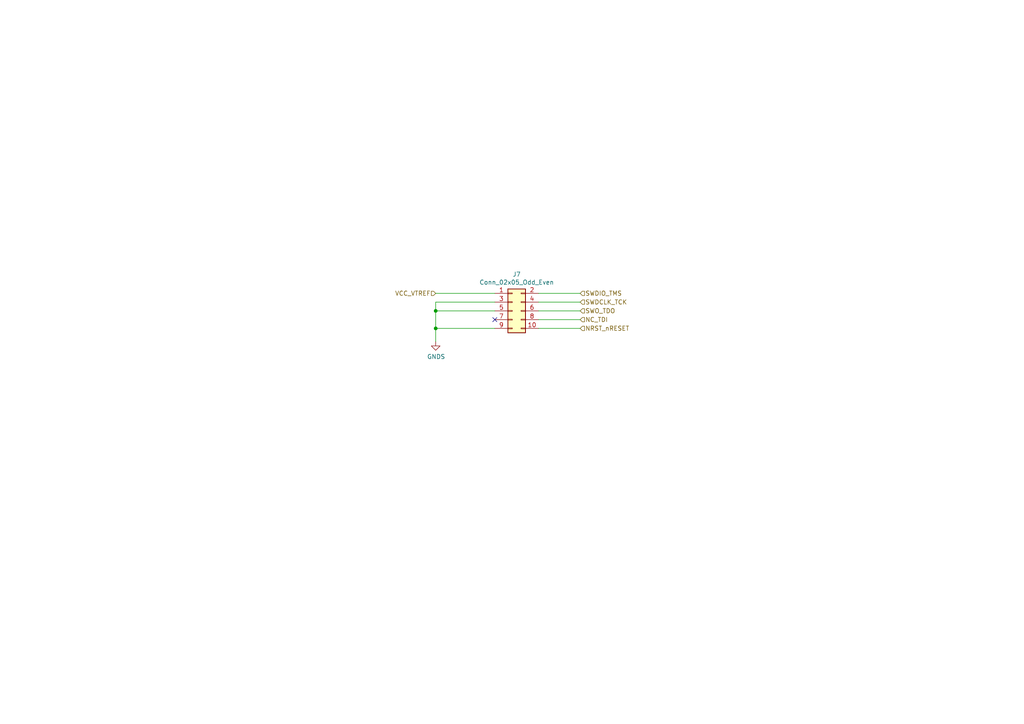
<source format=kicad_sch>
(kicad_sch (version 20211123) (generator eeschema)
  (paper "A4")
  (title_block (title "Debug Connector") (date "2021-06-05") (rev "B") (company "Created by C Sutton"))
  (lib_symbols
    (symbol "Connector_Generic:Conn_02x05_Odd_Even" (pin_names (offset 1.016) hide)
      (property "Reference" "J" (at 1.27 7.62 0))
      (property "Value" "Conn_02x05_Odd_Even" (at 1.27 -7.62 0))
      (symbol "Conn_02x05_Odd_Even_1_1"
        (rectangle (start -1.27 -4.953) (end 0 -5.207) (stroke (width 0.1524)))
        (rectangle (start -1.27 -2.413) (end 0 -2.667) (stroke (width 0.1524)))
        (rectangle (start -1.27 0.127) (end 0 -0.127) (stroke (width 0.1524)))
        (rectangle (start -1.27 2.667) (end 0 2.413) (stroke (width 0.1524)))
        (rectangle (start -1.27 5.207) (end 0 4.953) (stroke (width 0.1524)))
        (rectangle (start -1.27 6.35) (end 3.81 -6.35) (stroke (width 0.254)) (fill (type background)))
        (rectangle (start 3.81 -4.953) (end 2.54 -5.207) (stroke (width 0.1524)))
        (rectangle (start 3.81 -2.413) (end 2.54 -2.667) (stroke (width 0.1524)))
        (rectangle (start 3.81 0.127) (end 2.54 -0.127) (stroke (width 0.1524)))
        (rectangle (start 3.81 2.667) (end 2.54 2.413) (stroke (width 0.1524)))
        (rectangle (start 3.81 5.207) (end 2.54 4.953) (stroke (width 0.1524)))
        (pin passive line (at -5.08 5.08 0) (length 3.81) (name "Pin_1") (number "1"))
        (pin passive line (at 7.62 -5.08 180) (length 3.81) (name "Pin_10") (number "10"))
        (pin passive line (at 7.62 5.08 180) (length 3.81) (name "Pin_2") (number "2"))
        (pin passive line (at -5.08 2.54 0) (length 3.81) (name "Pin_3") (number "3"))
        (pin passive line (at 7.62 2.54 180) (length 3.81) (name "Pin_4") (number "4"))
        (pin passive line (at -5.08 0 0) (length 3.81) (name "Pin_5") (number "5"))
        (pin passive line (at 7.62 0 180) (length 3.81) (name "Pin_6") (number "6"))
        (pin passive line (at -5.08 -2.54 0) (length 3.81) (name "Pin_7") (number "7"))
        (pin passive line (at 7.62 -2.54 180) (length 3.81) (name "Pin_8") (number "8"))
        (pin passive line (at -5.08 -5.08 0) (length 3.81) (name "Pin_9") (number "9"))
      )
    )
    (symbol "power:GNDS" (power) (pin_names (offset 0))
      (property "Value" "GNDS" (at 0 -3.81 0))
      (symbol "GNDS_0_1"
        (polyline (pts (xy 0 0) (xy 0 -1.27) (xy 1.27 -1.27) (xy 0 -2.54) (xy -1.27 -1.27) (xy 0 -1.27)))
      )
      (symbol "GNDS_1_1"
        (pin power_in line (at 0 0 270) (length 0) hide (name "GNDS") (number "1"))
      )
    )
  )
  (junction (at 126.365 95.25))
  (junction (at 126.365 90.17))
  (no_connect (at 143.51 92.71))
  (wire (pts (xy 156.21 95.25) (xy 168.275 95.25)))
  (wire (pts (xy 156.21 92.71) (xy 168.275 92.71)))
  (wire (pts (xy 143.51 95.25) (xy 126.365 95.25)))
  (wire (pts (xy 143.51 87.63) (xy 126.365 87.63)))
  (wire (pts (xy 156.21 87.63) (xy 168.275 87.63)))
  (wire (pts (xy 156.21 85.09) (xy 168.275 85.09)))
  (wire (pts (xy 143.51 85.09) (xy 126.365 85.09)))
  (wire (pts (xy 156.21 90.17) (xy 168.275 90.17)))
  (wire (pts (xy 126.365 90.17) (xy 126.365 95.25)))
  (wire (pts (xy 126.365 87.63) (xy 126.365 90.17)))
  (wire (pts (xy 143.51 90.17) (xy 126.365 90.17)))
  (wire (pts (xy 126.365 95.25) (xy 126.365 99.06)))
  (hierarchical_label "VCC_VTREF" (shape input) (at 126.365 85.09 180))
  (hierarchical_label "SWDCLK_TCK" (shape input) (at 168.275 87.63 0))
  (hierarchical_label "SWDIO_TMS" (shape input) (at 168.275 85.09 0))
  (hierarchical_label "SWO_TDO" (shape input) (at 168.275 90.17 0))
  (hierarchical_label "NRST_nRESET" (shape input) (at 168.275 95.25 0))
  (hierarchical_label "NC_TDI" (shape input) (at 168.275 92.71 0))
  (symbol (lib_id "Connector_Generic:Conn_02x05_Odd_Even") (at 148.59 90.17 0) (unit 1)
    (property "Reference" "J7" (at 149.86 79.5782 0))
    (property "Value" "Conn_02x05_Odd_Even" (at 149.86 81.8896 0))
    (property "Footprint" "Connector_PinHeader_1.27mm:PinHeader_2x05_P1.27mm_Vertical_SMD" (effects hide))
  )
  (symbol (lib_id "power:GNDS") (at 126.365 99.06 0) (unit 1)
    (property "Reference" "#PWR030" (effects hide))
    (property "Value" "GNDS" (at 126.492 103.4542 0))
  )
)
</source>
